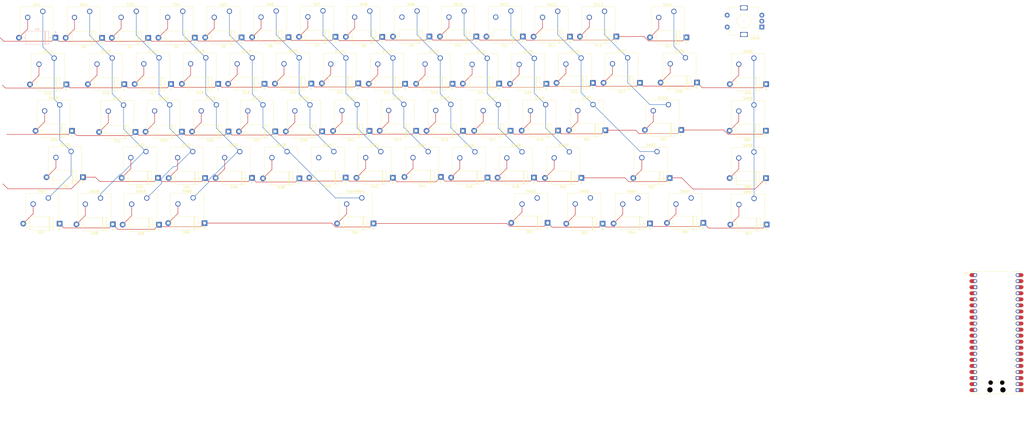
<source format=kicad_pcb>
(kicad_pcb (version 20241229) (generator "pcbnew") (generator_version "9.0")
  (layers (0 "F.Cu" signal) (2 "B.Cu" signal) (13 "F.Paste" user) (15 "B.Paste" user) (5 "F.SilkS" user "F.Silkscreen") (7 "B.SilkS" user "B.Silkscreen") (1 "F.Mask" user) (3 "B.Mask" user) (25 "Edge.Cuts" user))
  (net 0 "")
  (net 1 "ROW 1")
  (net 2 "Net-(D1-A)")
  (net 3 "Net-(D2-A)")
  (net 4 "Net-(D3-A)")
  (net 5 "Net-(D4-A)")
  (net 6 "Net-(D5-A)")
  (net 7 "Net-(D6-A)")
  (net 8 "Net-(D7-A)")
  (net 9 "Net-(D8-A)")
  (net 10 "Net-(D9-A)")
  (net 11 "Net-(D10-A)")
  (net 12 "Net-(D11-A)")
  (net 13 "Net-(D12-A)")
  (net 14 "Net-(D13-A)")
  (net 15 "Net-(D14-A)")
  (net 16 "Net-(D15-A)")
  (net 17 "ROW 2")
  (net 18 "Net-(D16-A)")
  (net 19 "Net-(D17-A)")
  (net 20 "Net-(D18-A)")
  (net 21 "Net-(D19-A)")
  (net 22 "Net-(D20-A)")
  (net 23 "Net-(D21-A)")
  (net 24 "Net-(D22-A)")
  (net 25 "Net-(D23-A)")
  (net 26 "Net-(D24-A)")
  (net 27 "Net-(D25-A)")
  (net 28 "Net-(D26-A)")
  (net 29 "Net-(D27-A)")
  (net 30 "Net-(D28-A)")
  (net 31 "Net-(D29-A)")
  (net 32 "ROW 3")
  (net 33 "Net-(D30-A)")
  (net 34 "COL 1")
  (net 35 "Net-(D31-A)")
  (net 36 "Net-(D32-A)")
  (net 37 "Net-(D33-A)")
  (net 38 "Net-(D34-A)")
  (net 39 "Net-(D35-A)")
  (net 40 "Net-(D36-A)")
  (net 41 "Net-(D37-A)")
  (net 42 "Net-(D38-A)")
  (net 43 "Net-(D39-A)")
  (net 44 "Net-(D40-A)")
  (net 45 "Net-(D41-A)")
  (net 46 "Net-(D42-A)")
  (net 47 "Net-(D43-A)")
  (net 48 "Net-(D44-A)")
  (net 49 "Net-(D45-A)")
  (net 50 "Net-(D46-A)")
  (net 51 "Net-(D47-A)")
  (net 52 "Net-(D48-A)")
  (net 53 "Net-(D49-A)")
  (net 54 "Net-(D50-A)")
  (net 55 "Net-(D51-A)")
  (net 56 "Net-(D52-A)")
  (net 57 "Net-(D53-A)")
  (net 58 "Net-(D54-A)")
  (net 59 "Net-(D56-A)")
  (net 60 "Net-(D57-A)")
  (net 61 "Net-(D58-A)")
  (net 62 "Net-(D59-A)")
  (net 63 "Net-(D60-A)")
  (net 64 "Net-(D61-A)")
  (net 65 "Net-(D62-A)")
  (net 66 "Net-(D63-A)")
  (net 67 "Net-(D64-A)")
  (net 68 "Net-(D65-A)")
  (net 69 "Net-(D66-A)")
  (net 70 "Net-(D67-A)")
  (net 71 "COL 13")
  (net 72 "COL 14")
  (net 74 "ENCODER A")
  (net 75 "GND")
  (net 76 "ENCODER B")
  (net 78 "Net-(A1-GND-Pad13)")
  (net 88 "COL 2")
  (net 89 "COL 15")
  (net 90 "COL 3")
  (net 91 "COL 6")
  (net 92 "COL 4")
  (net 93 "ROW 5")
  (net 94 "COL 11")
  (net 95 "ROW 4")
  (net 96 "COL 9")
  (net 97 "COL 7")
  (net 98 "COL 8")
  (net 99 "COL 10")
  (net 100 "COL 5")
  (net 101 "COL 12")
  (net 102 "COL2")
  (footprint "Diode_THT:D_DO-27_P15.24mm_Horizontal" (layer "F.Cu") (at 358.4 60.5 180)
    (property "Reference" "D12")
    (property "Value" "1N4148WT")
  )
  (footprint "Diode_THT:D_DO-27_P15.24mm_Horizontal" (layer "F.Cu") (at 144.65 138.9 180)
    (property "Reference" "D57")
    (property "Value" "1N4148WT")
  )
  (footprint "Diode_THT:D_DO-27_P15.24mm_Horizontal" (layer "F.Cu") (at 284.2 119.65 180)
    (property "Reference" "D42")
    (property "Value" "1N4148WT")
  )
  (footprint "Button_Switch_Keyboard:SW_Cherry_MX_1.00u_PCB" (layer "F.Cu") (at 299 108.7)
    (property "Reference" "SW44")
    (property "Value" "SW_Push_45deg")
  )
  (footprint "Diode_THT:D_DO-27_P15.24mm_Horizontal" (layer "F.Cu") (at 191.3 80.4 180)
    (property "Reference" "D17")
    (property "Value" "1N4148WT")
  )
  (footprint "Diode_THT:D_DO-27_P15.24mm_Horizontal" (layer "F.Cu") (at 240.5 60.75 180)
    (property "Reference" "D6")
    (property "Value" "1N4148WT")
  )
  (footprint "Diode_THT:D_DO-27_P15.24mm_Horizontal" (layer "F.Cu") (at 328.75 80.2 180)
    (property "Reference" "D24")
    (property "Value" "1N4148WT")
  )
  (footprint "Button_Switch_Keyboard:SW_Cherry_MX_1.00u_PCB" (layer "F.Cu") (at 200.4 108.7)
    (property "Reference" "SW34")
    (property "Value" "SW_Push_45deg")
  )
  (footprint "Diode_THT:D_DO-27_P15.24mm_Horizontal" (layer "F.Cu") (at 185.85 119.75 180)
    (property "Reference" "D32")
    (property "Value" "1N4148WT")
  )
  (footprint "Button_Switch_Keyboard:SW_Cherry_MX_1.00u_PCB" (layer "F.Cu") (at 348.2 89)
    (property "Reference" "SW49")
    (property "Value" "SW_Push_45deg")
  )
  (footprint "Diode_THT:D_DO-27_P15.24mm_Horizontal" (layer "F.Cu") (at 309.2 80.25 180)
    (property "Reference" "D23")
    (property "Value" "1N4148WT")
  )
  (footprint "Diode_THT:D_DO-27_P15.24mm_Horizontal" (layer "F.Cu") (at 245.05 119.95 180)
    (property "Reference" "D38")
    (property "Value" "1N4148WT")
  )
  (footprint "Button_Switch_Keyboard:SW_Cherry_MX_1.00u_PCB" (layer "F.Cu") (at 269.25 88.96)
    (property "Reference" "SW41")
    (property "Value" "SW_Push_45deg")
  )
  (footprint "Button_Switch_Keyboard:SW_Cherry_MX_1.25u_PCB" (layer "F.Cu") (at 139.9 128.16)
    (property "Reference" "SW57")
    (property "Value" "1.25U")
  )
  (footprint "Diode_THT:D_DO-27_P15.24mm_Horizontal" (layer "F.Cu") (at 338.65 60.45 180)
    (property "Reference" "D11")
    (property "Value" "1N4148WT")
  )
  (footprint "Diode_THT:D_DO-27_P15.24mm_Horizontal" (layer "F.Cu") (at 250.05 80.2 180)
    (property "Reference" "D20")
    (property "Value" "1N4148WT")
  )
  (footprint "Button_Switch_Keyboard:SW_Cherry_MX_1.00u_PCB" (layer "F.Cu") (at 435.5 128.36)
    (property "Reference" "SW67")
    (property "Value" "SW_Push_45deg")
  )
  (footprint "Button_Switch_Keyboard:SW_Cherry_MX_1.00u_PCB" (layer "F.Cu") (at 186.25 69.36)
    (property "Reference" "SW17")
    (property "Value" "SW_Push_45deg")
  )
  (footprint "Button_Switch_Keyboard:SW_Cherry_MX_1.25u_PCB" (layer "F.Cu") (at 409.15 128.16)
    (property "Reference" "SW54")
    (property "Value" "1.25U")
  )
  (footprint "Button_Switch_Keyboard:SW_Cherry_MX_1.00u_PCB" (layer "F.Cu") (at 180.8 108.7)
    (property "Reference" "SW32")
    (property "Value" "SW_Push_45deg")
  )
  (footprint "Button_Switch_Keyboard:SW_Cherry_MX_1.50u_PCB" (layer "F.Cu") (at 142.34 69.52)
    (property "Reference" "SW15")
    (property "Value" "1.5U")
  )
  (footprint "Button_Switch_Keyboard:SW_Cherry_MX_1.00u_PCB" (layer "F.Cu") (at 323.75 69.56)
    (property "Reference" "SW24")
    (property "Value" "SW_Push_45deg")
  )
  (footprint "Diode_THT:D_DO-27_P15.24mm_Horizontal" (layer "F.Cu") (at 215.35 100.3 180)
    (property "Reference" "D35")
    (property "Value" "1N4148WT")
  )
  (footprint "Button_Switch_Keyboard:SW_Cherry_MX_1.00u_PCB" (layer "F.Cu") (at 304.05 69.46)
    (property "Reference" "SW23")
    (property "Value" "SW_Push_45deg")
  )
  (footprint "Button_Switch_Keyboard:SW_Cherry_MX_1.00u_PCB" (layer "F.Cu") (at 244.95 69.36)
    (property "Reference" "SW20")
    (property "Value" "SW_Push_45deg")
  )
  (footprint "Diode_THT:D_DO-27_P15.24mm_Horizontal" (layer "F.Cu") (at 205.55 119.8 180)
    (property "Reference" "D34")
    (property "Value" "1N4148WT")
  )
  (footprint "Button_Switch_Keyboard:SW_Cherry_MX_2.25u_PCB" (layer "F.Cu") (at 149.44 108.62)
    (property "Reference" "SW30")
    (property "Value" "2.25U")
  )
  (footprint "Button_Switch_Keyboard:SW_Cherry_MX_1.00u_PCB" (layer "F.Cu") (at 328.4 89)
    (property "Reference" "SW47")
    (property "Value" "SW_Push_45deg")
  )
  (footprint "Button_Switch_Keyboard:SW_Cherry_MX_2.00u_PCB" (layer "F.Cu") (at 401.92 49.92)
    (property "Reference" "SW14")
    (property "Value" "2U")
  )
  (footprint "Button_Switch_Keyboard:SW_Cherry_MX_1.00u_PCB" (layer "F.Cu") (at 190.76 89.12)
    (property "Reference" "SW33")
    (property "Value" "SW_Push_45deg")
  )
  (footprint "Diode_THT:D_DO-27_P15.24mm_Horizontal" (layer "F.Cu") (at 377.8 60.45 180)
    (property "Reference" "D13")
    (property "Value" "1N4148WT")
  )
  (footprint "Button_Switch_Keyboard:SW_Cherry_MX_1.00u_PCB" (layer "F.Cu") (at 279.16 108.7)
    (property "Reference" "SW42")
    (property "Value" "SW_Push_45deg")
  )
  (footprint "Diode_THT:D_DO-27_P15.24mm_Horizontal" (layer "F.Cu") (at 254.6 100.25 180)
    (property "Reference" "D39")
    (property "Value" "1N4148WT")
  )
  (footprint "Button_Switch_Keyboard:SW_Cherry_MX_1.00u_PCB" (layer "F.Cu") (at 157.22 49.92)
    (property "Reference" "SW2")
    (property "Value" "SW_Push_45deg")
  )
  (footprint "Button_Switch_Keyboard:SW_Cherry_MX_1.00u_PCB" (layer "F.Cu") (at 372.85 49.86)
    (property "Reference" "SW13")
    (property "Value" "SW_Push_45deg")
  )
  (footprint "Button_Switch_Keyboard:SW_Cherry_MX_1.00u_PCB" (layer "F.Cu") (at 235.35 49.76)
    (property "Reference" "SW6")
    (property "Value" "SW_Push_45deg")
  )
  (footprint "Diode_THT:D_DO-27_P15.24mm_Horizontal" (layer "F.Cu") (at 400.15 119.8 180)
    (property "Reference" "D52")
    (property "Value" "1N4148WT")
  )
  (footprint "Button_Switch_Keyboard:SW_Cherry_MX_1.00u_PCB" (layer "F.Cu") (at 435.45 69.51)
    (property "Reference" "SW56")
    (property "Value" "SW_Push_45deg")
  )
  (footprint "Button_Switch_Keyboard:SW_Cherry_MX_1.00u_PCB" (layer "F.Cu") (at 205.85 69.36)
    (property "Reference" "SW18")
    (property "Value" "SW_Push_45deg")
  )
  (footprint "Button_Switch_Keyboard:SW_Cherry_MX_1.00u_PCB" (layer "F.Cu") (at 239.9 108.7)
    (property "Reference" "SW38")
    (property "Value" "SW_Push_45deg")
  )
  (footprint "Diode_THT:D_DO-27_P15.24mm_Horizontal" (layer "F.Cu") (at 319.15 60.45 180)
    (property "Reference" "D10")
    (property "Value" "1N4148WT")
  )
  (footprint "Diode_THT:D_DO-27_P15.24mm_Horizontal" (layer "F.Cu") (at 279.75 60.6 180)
    (property "Reference" "D8")
    (property "Value" "1N4148WT")
  )
  (footprint "Diode_THT:D_DO-27_P15.24mm_Horizontal" (layer "F.Cu") (at 149.8 100 180)
    (property "Reference" "D29")
    (property "Value" "1N4148WT")
  )
  (footprint "Diode_THT:D_DO-27_P15.24mm_Horizontal" (layer "F.Cu") (at 405 99.65 180)
    (property "Reference" "D53")
    (property "Value" "1N4148WT")
  )
  (footprint "Diode_THT:D_DO-27_P15.24mm_Horizontal" (layer "F.Cu") (at 205.35 138.69 180)
    (property "Reference" "D60")
    (property "Value" "1N4148WT")
  )
  (footprint "Diode_THT:D_DO-27_P15.24mm_Horizontal" (layer "F.Cu") (at 234.95 100.25 180)
    (property "Reference" "D37")
    (property "Value" "1N4148WT")
  )
  (footprint "Button_Switch_Keyboard:SW_Cherry_MX_1.00u_PCB" (layer "F.Cu") (at 353.25 49.86)
    (property "Reference" "SW12")
    (property "Value" "SW_Push_45deg")
  )
  (footprint "Diode_THT:D_DO-27_P15.24mm_Horizontal" (layer "F.Cu") (at 162.4 61 180)
    (property "Reference" "D2")
    (property "Value" "1N4148WT")
  )
  (footprint "Diode_THT:D_DO-27_P15.24mm_Horizontal" (layer "F.Cu") (at 293.95 99.95 180)
    (property "Reference" "D43")
    (property "Value" "1N4148WT")
  )
  (footprint "Diode_THT:D_DO-27_P15.24mm_Horizontal" (layer "F.Cu") (at 264.45 119.6 180)
    (property "Reference" "D40")
    (property "Value" "1N4148WT")
  )
  (footprint "Button_Switch_Keyboard:SW_Cherry_MX_1.00u_PCB" (layer "F.Cu") (at 338.3 108.8)
    (property "Reference" "SW48")
    (property "Value" "SW_Push_45deg")
  )
  (footprint "Diode_THT:D_DO-27_P15.24mm_Horizontal" (layer "F.Cu") (at 289.35 80.25 180)
    (property "Reference" "D22")
    (property "Value" "1N4148WT")
  )
  (footprint "Diode_THT:D_DO-27_P15.24mm_Horizontal" (layer "F.Cu") (at 372.08 138.92 180)
    (property "Reference" "D63")
    (property "Value" "1N4148WT")
  )
  (footprint "Diode_THT:D_DO-27_P15.24mm_Horizontal" (layer "F.Cu") (at 373.2 99.75 180)
    (property "Reference" "D51")
    (property "Value" "1N4148WT")
  )
  (footprint "Diode_THT:D_DO-27_P15.24mm_Horizontal" (layer "F.Cu") (at 343.3 119.6 180)
    (property "Reference" "D48")
    (property "Value" "1N4148WT")
  )
  (footprint "Button_Switch_Keyboard:SW_Cherry_MX_1.00u_PCB" (layer "F.Cu") (at 314.05 49.76)
    (property "Reference" "SW10")
    (property "Value" "SW_Push_45deg")
  )
  (footprint "Button_Switch_Keyboard:SW_Cherry_MX_1.00u_PCB" (layer "F.Cu") (at 215.75 49.86)
    (property "Reference" "SW5")
    (property "Value" "SW_Push_45deg")
  )
  (footprint "Diode_THT:D_DO-27_P15.24mm_Horizontal" (layer "F.Cu") (at 440.45 99.94 180)
    (property "Reference" "D65")
    (property "Value" "1N4148WT")
  )
  (footprint "Diode_THT:D_DO-27_P15.24mm_Horizontal" (layer "F.Cu") (at 276.11 138.84 180)
    (property "Reference" "D61")
    (property "Value" "1N4148WT")
  )
  (footprint "Button_Switch_Keyboard:SW_Cherry_MX_1.00u_PCB" (layer "F.Cu") (at 137.6 49.9)
    (property "Reference" "SW1")
    (property "Value" "SW_Push_45deg")
  )
  (footprint "Rotary_Encoder:RotaryEncoder_Alps_EC11E-Switch_Vertical_H20mm" (layer "F.Cu") (at 438.75 56.5 180)
    (property "Reference" "SW55")
    (property "Value" "RotaryEncoder")
  )
  (footprint "Button_Switch_Keyboard:SW_Cherry_MX_1.00u_PCB" (layer "F.Cu") (at 274.55 49.76)
    (property "Reference" "SW8")
    (property "Value" "SW_Push_45deg")
  )
  (footprint "Diode_THT:D_DO-27_P15.24mm_Horizontal" (layer "F.Cu") (at 220.85 60.85 180)
    (property "Reference" "D5")
    (property "Value" "1N4148WT")
  )
  (footprint "Diode_THT:D_DO-27_P15.24mm_Horizontal" (layer "F.Cu") (at 333.5 99.95 180)
    (property "Reference" "D47")
    (property "Value" "1N4148WT")
  )
  (footprint "Button_Switch_Keyboard:SW_Cherry_MX_1.00u_PCB" (layer "F.Cu") (at 308.5 88.9)
    (property "Reference" "SW45")
    (property "Value" "SW_Push_45deg")
  )
  (footprint "Button_Switch_Keyboard:SW_Cherry_MX_1.00u_PCB" (layer "F.Cu") (at 343.46 69.62)
    (property "Reference" "SW25")
    (property "Value" "SW_Push_45deg")
  )
  (footprint "Module:RaspberryPi_Pico_Common_Unspecified" (layer "F.Cu") (at 537.02 184.615 180)
    (property "Reference" "A1")
    (property "Value" "RaspberryPi_Pico")
  )
  (footprint "Button_Switch_Keyboard:SW_Cherry_MX_1.00u_PCB" (layer "F.Cu") (at 294.35 49.76)
    (property "Reference" "SW9")
    (property "Value" "SW_Push_45deg")
  )
  (footprint "Button_Switch_Keyboard:SW_Cherry_MX_1.00u_PCB" (layer "F.Cu") (at 161.75 128.2)
    (property "Reference" "SW58")
    (property "Value" "SW_Push_45deg")
  )
  (footprint "Diode_THT:D_DO-27_P15.24mm_Horizontal" (layer "F.Cu") (at 440.575 80.425 180)
    (property "Reference" "D56")
    (property "Value" "1N4148WT")
  )
  (footprint "Button_Switch_Keyboard:SW_Cherry_MX_1.25u_PCB" (layer "F.Cu") (at 344.66 128.17)
    (property "Reference" "SW62")
    (property "Value" "1.25U")
  )
  (footprint "Diode_THT:D_DO-27_P15.24mm_Horizontal" (layer "F.Cu") (at 171.7 80.45 180)
    (property "Reference" "D16")
    (property "Value" "1N4148WT")
  )
  (footprint "Diode_THT:D_DO-27_P15.24mm_Horizontal" (layer "F.Cu") (at 299.5 60.45 180)
    (property "Reference" "D9")
    (property "Value" "1N4148WT")
  )
  (footprint "Diode_THT:D_DO-27_P15.24mm_Horizontal" (layer "F.Cu") (at 147.45 80.55 180)
    (property "Reference" "D15")
    (property "Value" "1N4148WT")
  )
  (footprint "Button_Switch_Keyboard:SW_Cherry_MX_1.00u_PCB" (layer "F.Cu") (at 225.35 69.36)
    (property "Reference" "SW19")
    (property "Value" "SW_Push_45deg")
  )
  (footprint "Diode_THT:D_DO-27_P15.24mm_Horizontal" (layer "F.Cu") (at 186.27 139.35 180)
    (property "Reference" "D59")
    (property "Value" "1N4148WT")
  )
  (footprint "Button_Switch_Keyboard:SW_Cherry_MX_1.00u_PCB" (layer "F.Cu") (at 435.45 108.86)
    (property "Reference" "SW66")
    (property "Value" "SW_Push_45deg")
  )
  (footprint "Diode_THT:D_DO-27_P15.24mm_Horizontal" (layer "F.Cu") (at 368 79.9 180)
    (property "Reference" "D26")
    (property "Value" "1N4148WT")
  )
  (footprint "Diode_THT:D_DO-27_P15.24mm_Horizontal" (layer "F.Cu") (at 414.25 138.6 180)
    (property "Reference" "D54")
    (property "Value" "1N4148WT")
  )
  (footprint "Diode_THT:D_DO-27_P15.24mm_Horizontal" (layer "F.Cu") (at 274.4 100.05 180)
    (property "Reference" "D41")
    (property "Value" "1N4148WT")
  )
  (footprint "Diode_THT:D_DO-27_P15.24mm_Horizontal" (layer "F.Cu") (at 260.15 60.55 180)
    (property "Reference" "D7")
    (property "Value" "1N4148WT")
  )
  (footprint "Button_Switch_Keyboard:SW_Cherry_MX_1.00u_PCB" (layer "F.Cu") (at 166.65 69.46)
    (property "Reference" "SW16")
    (property "Value" "SW_Push_45deg")
  )
  (footprint "Button_Switch_Keyboard:SW_Cherry_MX_1.00u_PCB" (layer "F.Cu") (at 386.85 128.2)
    (property "Reference" "SW64")
    (property "Value" "SW_Push_45deg")
  )
  (footprint "Diode_THT:D_DO-27_P15.24mm_Horizontal" (layer "F.Cu") (at 349.04 138.57 180)
    (property "Reference" "D62")
    (property "Value" "1N4148WT")
  )
  (footprint "Diode_THT:D_DO-27_P15.24mm_Horizontal" (layer "F.Cu") (at 176.4 100.5 180)
    (property "Reference" "D31")
    (property "Value" "1N4148WT")
  )
  (footprint "Button_Switch_Keyboard:SW_Cherry_MX_1.75u_PCB" (layer "F.Cu") (at 144.7 89.1)
    (property "Reference" "SW29")
    (property "Value" "1.75U")
  )
  (footprint "Button_Switch_Keyboard:SW_Cherry_MX_1.00u_PCB" (layer "F.Cu") (at 382.55 69.36)
    (property "Reference" "SW27")
    (property "Value" "SW_Push_45deg")
  )
  (footprint "Diode_THT:D_DO-27_P15.24mm_Horizontal" (layer "F.Cu") (at 363.15 119.75 180)
    (property "Reference" "D50")
    (property "Value" "1N4148WT")
  )
  (footprint "Diode_THT:D_DO-27_P15.24mm_Horizontal" (layer "F.Cu") (at 201.25 60.95 180)
    (property "Reference" "D4")
    (property "Value" "1N4148WT")
  )
  (footprint "Button_Switch_Keyboard:SW_Cherry_MX_1.50u_PCB" (layer "F.Cu") (at 406.75 69.36)
    (property "Reference" "SW28")
    (property "Value" "1.5U")
  )
  (footprint "Button_Switch_Keyboard:SW_Cherry_MX_1.00u_PCB" (layer "F.Cu") (at 318.6 108.8)
    (property "Reference" "SW46")
    (property "Value" "SW_Push_45deg")
  )
  (footprint "Button_Switch_Keyboard:SW_Cherry_MX_1.00u_PCB" (layer "F.Cu") (at 259.5 108.7)
    (property "Reference" "SW40")
    (property "Value" "SW_Push_45deg")
  )
  (footprint "Button_Switch_Keyboard:SW_Cherry_MX_1.00u_PCB" (layer "F.Cu") (at 171.4 89.2)
    (property "Reference" "SW31")
    (property "Value" "SW_Push_45deg")
  )
  (footprint "Diode_THT:D_DO-27_P15.24mm_Horizontal" (layer "F.Cu") (at 387.7 79.85 180)
    (property "Reference" "D27")
    (property "Value" "1N4148WT")
  )
  (footprint "Diode_THT:D_DO-27_P15.24mm_Horizontal" (layer "F.Cu") (at 211.05 80.3 180)
    (property "Reference" "D18")
    (property "Value" "1N4148WT")
  )
  (footprint "Button_Switch_Keyboard:SW_Cherry_MX_1.00u_PCB" (layer "F.Cu") (at 196.22 49.86)
    (property "Reference" "SW4")
    (property "Value" "SW_Push_45deg")
  )
  (footprint "Button_Switch_Keyboard:SW_Cherry_MX_1.00u_PCB" (layer "F.Cu") (at 366.95 128.1)
    (property "Reference" "SW63")
    (property "Value" "SW_Push_45deg")
  )
  (footprint "Button_Switch_Keyboard:SW_Cherry_MX_6.25u_PCB" (layer "F.Cu") (at 271.21 128.12)
    (property "Reference" "SpaceBar1")
    (property "Value" "6.25U")
  )
  (footprint "Diode_THT:D_DO-27_P15.24mm_Horizontal" (layer "F.Cu") (at 391.89 138.85 180)
    (property "Reference" "D64")
    (property "Value" "1N4148WT")
  )
  (footprint "Diode_THT:D_DO-27_P15.24mm_Horizontal" (layer "F.Cu") (at 304.3 119.35 180)
    (property "Reference" "D44")
    (property "Value" "1N4148WT")
  )
  (footprint "Diode_THT:D_DO-27_P15.24mm_Horizontal" (layer "F.Cu") (at 440.79 139.29 180)
    (property "Reference" "D67")
    (property "Value" "1N4148WT")
  )
  (footprint "Diode_THT:D_DO-27_P15.24mm_Horizontal" (layer "F.Cu") (at 181.74 61 180)
    (property "Reference" "D3")
    (property "Value" "1N4148WT")
  )
  (footprint "Button_Switch_Keyboard:SW_Cherry_MX_1.00u_PCB" (layer "F.Cu") (at 358.14 108.8)
    (property "Reference" "SW50")
    (property "Value" "SW_Push_45deg")
  )
  (footprint "Button_Switch_Keyboard:SW_Cherry_MX_1.00u_PCB" (layer "F.Cu") (at 200.55 128.1)
    (property "Reference" "SW60")
    (property "Value" "SW_Push_45deg")
  )
  (footprint "Button_Switch_Keyboard:SW_Cherry_MX_1.00u_PCB" (layer "F.Cu") (at 176.75 49.86)
    (property "Reference" "SW3")
    (property "Value" "SW_Push_45deg")
  )
  (footprint "Button_Switch_Keyboard:SW_Cherry_MX_1.00u_PCB" (layer "F.Cu") (at 368.05 88.96)
    (property "Reference" "SW51")
    (property "Value" "SW_Push_45deg")
  )
  (footprint "Button_Switch_Keyboard:SW_Cherry_MX_2.75u_PCB" (layer "F.Cu") (at 394.84 108.72)
    (property "Reference" "SW52")
    (property "Value" "2.75U")
  )
  (footprint "Diode_THT:D_DO-27_P15.24mm_Horizontal" (layer "F.Cu") (at 230.45 80.25 180)
    (property "Reference" "D19")
    (property "Value" "~")
  )
  (footprint "Diode_THT:D_DO-27_P15.24mm_Horizontal" (layer "F.Cu") (at 348.5 80.25 180)
    (property "Reference" "D25")
    (property "Value" "1N4148WT")
  )
  (footprint "Diode_THT:D_DO-27_P15.24mm_Horizontal" (layer "F.Cu") (at 225.2 119.75 180)
    (property "Reference" "D36")
    (property "Value" "1N4148WT")
  )
  (footprint "Button_Switch_Keyboard:SW_Cherry_MX_1.00u_PCB" (layer "F.Cu") (at 284.25 69.46)
    (property "Reference" "SW22")
    (property "Value" "SW_Push_45deg")
  )
  (footprint "Button_Switch_Keyboard:SW_Cherry_MX_1.00u_PCB" (layer "F.Cu") (at 249.5 89.1)
    (property "Reference" "SW39")
    (property "Value" "SW_Push_45deg")
  )
  (footprint "Button_Switch_Keyboard:SW_Cherry_MX_1.00u_PCB" (layer "F.Cu") (at 333.65 49.76)
    (property "Reference" "SW11")
    (property "Value" "SW_Push_45deg")
  )
  (footprint "Diode_THT:D_DO-27_P15.24mm_Horizontal" (layer "F.Cu") (at 154.4 119.45 180)
    (property "Reference" "D30")
    (property "Value" "1N4148WT")
  )
  (footprint "Diode_THT:D_DO-27_P15.24mm_Horizontal" (layer "F.Cu") (at 411.6 79.75 180)
    (property "Reference" "D28")
    (property "Value" "1N4148WT")
  )
  (footprint "Diode_THT:D_DO-27_P15.24mm_Horizontal" (layer "F.Cu") (at 166.92 139.21 180)
    (property "Reference" "D58")
    (property "Value" "1N4148WT")
  )
  (footprint "Diode_THT:D_DO-27_P15.24mm_Horizontal" (layer "F.Cu") (at 323.85 119.6 180)
    (property "Reference" "D46")
    (property "Value" "1N4148WT")
  )
  (footprint "Diode_THT:D_DO-27_P15.24mm_Horizontal" (layer "F.Cu") (at 407.15 60.8 180)
    (property "Reference" "D14")
    (property "Value" "1N4148WT")
  )
  (footprint "Button_Switch_Keyboard:SW_Cherry_MX_1.00u_PCB" (layer "F.Cu") (at 229.8 89.1)
    (property "Reference" "SW37")
    (property "Value" "SW_Push_45deg")
  )
  (footprint "Diode_THT:D_DO-27_P15.24mm_Horizontal" (layer "F.Cu") (at 353.4 99.9 180)
    (property "Reference" "D49")
    (property "Value" "1N4148WT")
  )
  (footprint "Diode_THT:D_DO-27_P15.24mm_Horizontal" (layer "F.Cu") (at 269.7 80.1 180)
    (property "Reference" "D21")
    (property "Value" "1N4148WT")
  )
  (footprint "Button_Switch_Keyboard:SW_Cherry_MX_1.00u_PCB" (layer "F.Cu") (at 181.15 128.2)
    (property "Reference" "SW59")
    (property "Value" "SW_Push_45deg")
  )
  (footprint "Button_Switch_Keyboard:SW_Cherry_MX_1.00u_PCB" (layer "F.Cu") (at 435.45 89.16)
    (property "Reference" "SW65")
    (property "Value" "SW_Push_45deg")
  )
  (footprint "Button_Switch_Keyboard:SW_Cherry_MX_1.00u_PCB" (layer "F.Cu") (at 254.95 49.66)
    (property "Reference" "SW7")
    (property "Value" "SW_Push_45deg")
  )
  (footprint "Button_Switch_Keyboard:SW_Cherry_MX_1.00u_PCB" (layer "F.Cu") (at 288.8 88.9)
    (property "Reference" "SW43")
    (property "Value" "SW_Push_45deg")
  )
  (footprint "Button_Switch_Keyboard:SW_Cherry_MX_1.00u_PCB" (layer "F.Cu") (at 264.55 69.46)
    (property "Reference" "SW21")
    (property "Value" "SW_Push_45deg")
  )
  (footprint "Button_Switch_Keyboard:SW_Cherry_MX_1.00u_PCB" (layer "F.Cu") (at 363.05 69.46)
    (property "Reference" "SW26")
    (property "Value" "SW_Push_45deg")
  )
  (footprint "Diode_THT:D_DO-27_P15.24mm_Horizontal" (layer "F.Cu") (at 440.5 119.82 180)
    (property "Reference" "D66")
    (property "Value" "1N4148WT")
  )
  (footprint "Diode_THT:D_DO-27_P15.24mm_Horizontal" (layer "F.Cu") (at 313.55 100 180)
    (property "Reference" "D45")
    (property "Value" "1N4148WT")
  )
  (footprint "Button_Switch_Keyboard:SW_Cherry_MX_1.00u_PCB" (layer "F.Cu") (at 220.1 108.7)
    (property "Reference" "SW36")
    (property "Value" "SW_Push_45deg")
  )
  (footprint "Button_Switch_Keyboard:SW_Cherry_MX_1.00u_PCB" (layer "F.Cu") (at 210.3 89.1)
    (property "Reference" "SW35")
    (property "Value" "SW_Push_45deg")
  )
  (footprint "Diode_THT:D_DO-27_P15.24mm_Horizontal" (layer "F.Cu") (at 195.85 100.35 180)
    (property "Reference" "D33")
    (property "Value" "1N4148WT")
  )
  (footprint "Button_Switch_Keyboard:SW_Cherry_MX_2.25u_PCB" (layer "F.Cu") (at 399.64 89.02)
    (property "Reference" "SW53")
    (property "Value" "2.25U")
  )
  (footprint "Diode_THT:D_DO-27_P15.24mm_Horizontal" (layer "B.Cu") (at 142.84 60.95 180)
    (property "Reference" "D1")
    (property "Value" "1N4148WT")
  )
  (segment (start 274.52 51.161) (end 274.55 51.161) (width 0.2) (layer "B.Cu") (net 0))
  (segment (start 274.52 51.22) (end 274.52 51.161) (width 0.2) (layer "B.Cu") (net 0))
  (segment (start 142.84 60.95) (end 144.391 62.501) (width 0.2) (layer "F.Cu") (net 1))
  (segment (start 181.74 61) (end 183.191 62.451) (width 0.2) (layer "F.Cu") (net 1))
  (segment (start 278.17 62.18) (end 279.75 60.6) (width 0.2) (layer "F.Cu") (net 1))
  (segment (start 142.84 60.95) (end 141.339 62.451) (width 0.2) (layer "F.Cu") (net 1))
  (segment (start 202.651 62.351) (end 219.349 62.351) (width 0.2) (layer "F.Cu") (net 1))
  (segment (start 162.4 61) (end 163.901 62.501) (width 0.2) (layer "F.Cu") (net 1))
  (segment (start 238.999 62.251) (end 240.5 60.75) (width 0.2) (layer "F.Cu") (net 1))
  (segment (start 340.201 62.001) (end 356.899 62.001) (width 0.2) (layer "F.Cu") (net 1))
  (segment (start 141.339 62.451) (end 121.271 62.451) (width 0.2) (layer "F.Cu") (net 1))
  (segment (start 337.149 61.951) (end 338.65 60.45) (width 0.2) (layer "F.Cu") (net 1))
  (segment (start 405.649 62.301) (end 407.15 60.8) (width 0.2) (layer "F.Cu") (net 1))
  (segment (start 240.5 60.75) (end 241.851 62.101) (width 0.2) (layer "F.Cu") (net 1))
  (segment (start 144.391 62.501) (end 160.899 62.501) (width 0.2) (layer "F.Cu") (net 1))
  (segment (start 121.271 62.451) (end 119.76 60.94) (width 0.2) (layer "F.Cu") (net 1))
  (segment (start 220.85 60.85) (end 222.251 62.251) (width 0.2) (layer "F.Cu") (net 1))
  (segment (start 160.899 62.501) (end 162.4 61) (width 0.2) (layer "F.Cu") (net 1))
  (segment (start 301.001 61.951) (end 317.649 61.951) (width 0.2) (layer "F.Cu") (net 1))
  (segment (start 279.75 60.6) (end 281.101 61.951) (width 0.2) (layer "F.Cu") (net 1))
  (segment (start 376.299 61.951) (end 377.8 60.45) (width 0.2) (layer "F.Cu") (net 1))
  (segment (start 320.651 61.951) (end 337.149 61.951) (width 0.2) (layer "F.Cu") (net 1))
  (segment (start 338.65 60.45) (end 340.201 62.001) (width 0.2) (layer "F.Cu") (net 1))
  (segment (start 317.649 61.951) (end 319.15 60.45) (width 0.2) (layer "F.Cu") (net 1))
  (segment (start 199.749 62.451) (end 201.25 60.95) (width 0.2) (layer "F.Cu") (net 1))
  (segment (start 219.349 62.351) (end 220.85 60.85) (width 0.2) (layer "F.Cu") (net 1))
  (segment (start 281.101 61.951) (end 297.999 61.951) (width 0.2) (layer "F.Cu") (net 1))
  (segment (start 183.191 62.451) (end 199.749 62.451) (width 0.2) (layer "F.Cu") (net 1))
  (segment (start 389.437265 60.45) (end 391.288265 62.301) (width 0.2) (layer "F.Cu") (net 1))
  (segment (start 377.8 60.45) (end 389.437265 60.45) (width 0.2) (layer "F.Cu") (net 1))
  (segment (start 358.4 60.5) (end 359.851 61.951) (width 0.2) (layer "F.Cu") (net 1))
  (segment (start 299.5 60.45) (end 301.001 61.951) (width 0.2) (layer "F.Cu") (net 1))
  (segment (start 241.851 62.101) (end 258.599 62.101) (width 0.2) (layer "F.Cu") (net 1))
  (segment (start 180.239 62.501) (end 181.74 61) (width 0.2) (layer "F.Cu") (net 1))
  (segment (start 319.15 60.45) (end 320.651 61.951) (width 0.2) (layer "F.Cu") (net 1))
  (segment (start 260.15 60.55) (end 261.78 62.18) (width 0.2) (layer "F.Cu") (net 1))
  (segment (start 222.251 62.251) (end 238.999 62.251) (width 0.2) (layer "F.Cu") (net 1))
  (segment (start 356.899 62.001) (end 358.4 60.5) (width 0.2) (layer "F.Cu") (net 1))
  (segment (start 359.851 61.951) (end 376.299 61.951) (width 0.2) (layer "F.Cu") (net 1))
  (segment (start 261.78 62.18) (end 278.17 62.18) (width 0.2) (layer "F.Cu") (net 1))
  (segment (start 297.999 61.951) (end 299.5 60.45) (width 0.2) (layer "F.Cu") (net 1))
  (segment (start 391.288265 62.301) (end 405.649 62.301) (width 0.2) (layer "F.Cu") (net 1))
  (segment (start 201.25 60.95) (end 202.651 62.351) (width 0.2) (layer "F.Cu") (net 1))
  (segment (start 258.599 62.101) (end 260.15 60.55) (width 0.2) (layer "F.Cu") (net 1))
  (segment (start 163.901 62.501) (end 180.239 62.501) (width 0.2) (layer "F.Cu") (net 1))
  (segment (start 131.25 52.44) (end 131.25 57.3) (width 0.2) (layer "F.Cu") (net 2))
  (segment (start 131.25 57.3) (end 127.6 60.95) (width 0.2) (layer "F.Cu") (net 2))
  (segment (start 150.87 52.46) (end 150.87 57.29) (width 0.2) (layer "F.Cu") (net 3))
  (segment (start 150.87 57.29) (end 147.16 61) (width 0.2) (layer "F.Cu") (net 3))
  (segment (start 170.4 57.1) (end 166.5 61) (width 0.2) (layer "F.Cu") (net 4))
  (segment (start 170.4 52.4) (end 170.4 57.1) (width 0.2) (layer "F.Cu") (net 4))
  (segment (start 189.87 52.4) (end 189.87 57.09) (width 0.2) (layer "F.Cu") (net 5))
  (segment (start 189.87 57.09) (end 186.01 60.95) (width 0.2) (layer "F.Cu") (net 5))
  (segment (start 209.4 52.4) (end 209.4 57.06) (width 0.2) (layer "F.Cu") (net 6))
  (segment (start 209.4 57.06) (end 205.61 60.85) (width 0.2) (layer "F.Cu") (net 6))
  (segment (start 229 52.3) (end 229 57.01) (width 0.2) (layer "F.Cu") (net 7))
  (segment (start 229 57.01) (end 225.26 60.75) (width 0.2) (layer "F.Cu") (net 7))
  (segment (start 248.6 56.86) (end 244.91 60.55) (width 0.2) (layer "F.Cu") (net 8))
  (segment (start 248.6 52.2) (end 248.6 56.86) (width 0.2) (layer "F.Cu") (net 8))
  (segment (start 268.2 56.91) (end 264.51 60.6) (width 0.2) (layer "F.Cu") (net 9))
  (segment (start 268.2 52.3) (end 268.2 56.91) (width 0.2) (layer "F.Cu") (net 9))
  (segment (start 307.7 52.3) (end 307.7 56.66) (width 0.2) (layer "F.Cu") (net 11))
  (segment (start 307.7 56.66) (end 303.91 60.45) (width 0.2) (layer "F.Cu") (net 11))
  (segment (start 346.9 56.76) (end 343.16 60.5) (width 0.2) (layer "F.Cu") (net 13))
  (segment (start 346.9 52.4) (end 346.9 56.76) (width 0.2) (layer "F.Cu") (net 13))
  (segment (start 366.5 52.4) (end 366.5 56.51) (width 0.2) (layer "F.Cu") (net 14))
  (segment (start 366.5 56.51) (end 362.56 60.45) (width 0.2) (layer "F.Cu") (net 14))
  (segment (start 395.57 57.14) (end 391.91 60.8) (width 0.2) (layer "F.Cu") (net 15))
  (segment (start 395.57 52.46) (end 395.57 57.14) (width 0.2) (layer "F.Cu") (net 15))
  (segment (start 135.99 72.06) (end 135.99 76.77) (width 0.2) (layer "F.Cu") (net 16))
  (segment (start 135.99 76.77) (end 132.21 80.55) (width 0.2) (layer "F.Cu") (net 16))
  (segment (start 368 79.9) (end 369.451 81.351) (width 0.2) (layer "F.Cu") (net 17))
  (segment (start 410.099 81.251) (end 411.6 79.75) (width 0.2) (layer "F.Cu") (net 17))
  (segment (start 145.949 82.051) (end 121.891 82.051) (width 0.2) (layer "F.Cu") (net 17))
  (segment (start 309.2 80.25) (end 310.651 81.701) (width 0.2) (layer "F.Cu") (net 17))
  (segment (start 147.45 80.55) (end 148.851 81.951) (width 0.2) (layer "F.Cu") (net 17))
  (segment (start 349.651 81.401) (end 366.499 81.401) (width 0.2) (layer "F.Cu") (net 17))
  (segment (start 192.701 81.801) (end 209.549 81.801) (width 0.2) (layer "F.Cu") (net 17))
  (segment (start 148.851 81.951) (end 170.199 81.951) (width 0.2) (layer "F.Cu") (net 17))
  (segment (start 327.249 81.701) (end 328.75 80.2) (width 0.2) (layer "F.Cu") (net 17))
  (segment (start 230.45 80.25) (end 231.901 81.701) (width 0.2) (layer "F.Cu") (net 17))
  (segment (start 170.199 81.951) (end 171.7 80.45) (width 0.2) (layer "F.Cu") (net 17))
  (segment (start 212.501 81.751) (end 228.949 81.751) (width 0.2) (layer "F.Cu") (net 17))
  (segment (start 411.6 79.75) (end 413.776 81.926) (width 0.2) (layer "F.Cu") (net 17))
  (segment (start 346.999 81.751) (end 348.5 80.25) (width 0.2) (layer "F.Cu") (net 17))
  (segment (start 121.891 82.051) (end 120.65 80.81) (width 0.2) (layer "F.Cu") (net 17))
  (segment (start 290.851 81.751) (end 307.699 81.751) (width 0.2) (layer "F.Cu") (net 17))
  (segment (start 348.5 80.25) (end 349.651 81.401) (width 0.2) (layer "F.Cu") (net 17))
  (segment (start 287.849 81.751) (end 289.35 80.25) (width 0.2) (layer "F.Cu") (net 17))
  (segment (start 268.199 81.601) (end 269.7 80.1) (width 0.2) (layer "F.Cu") (net 17))
  (segment (start 228.949 81.751) (end 230.45 80.25) (width 0.2) (layer "F.Cu") (net 17))
  (segment (start 369.451 81.351) (end 386.199 81.351) (width 0.2) (layer "F.Cu") (net 17))
  (segment (start 231.901 81.701) (end 248.549 81.701) (width 0.2) (layer "F.Cu") (net 17))
  (segment (start 209.549 81.801) (end 211.05 80.3) (width 0.2) (layer "F.Cu") (net 17))
  (segment (start 269.7 80.1) (end 271.351 81.751) (width 0.2) (layer "F.Cu") (net 17))
  (segment (start 189.75 81.95) (end 191.3 80.4) (width 0.2) (layer "F.Cu") (net 17))
  (segment (start 310.651 81.701) (end 327.249 81.701) (width 0.2) (layer "F.Cu") (net 17))
  (segment (start 211.05 80.3) (end 212.501 81.751) (width 0.2) (layer "F.Cu") (net 17))
  (segment (start 173.2 81.95) (end 189.75 81.95) (width 0.2) (layer "F.Cu") (net 17))
  (segment (start 413.776 81.926) (end 439.074 81.926) (width 0.2) (layer "F.Cu") (net 17))
  (segment (start 366.499 81.401) (end 368 79.9) (width 0.2) (layer "F.Cu") (net 17))
  (segment (start 307.699 81.751) (end 309.2 80.25) (width 0.2) (layer "F.Cu") (net 17))
  (segment (start 386.199 81.351) (end 387.7 79.85) (width 0.2) (layer "F.Cu") (net 17))
  (segment (start 171.7 80.45) (end 173.2 81.95) (width 0.2) (layer "F.Cu") (net 17))
  (segment (start 387.7 79.85) (end 389.101 81.251) (width 0.2) (layer "F.Cu") (net 17))
  (segment (start 147.45 80.55) (end 145.949 82.051) (width 0.2) (layer "F.Cu") (net 17))
  (segment (start 271.351 81.751) (end 287.849 81.751) (width 0.2) (layer "F.Cu") (net 17))
  (segment (start 191.3 80.4) (end 192.701 81.801) (width 0.2) (layer "F.Cu") (net 17))
  (segment (start 248.549 81.701) (end 250.05 80.2) (width 0.2) (layer "F.Cu") (net 17))
  (segment (start 439.074 81.926) (end 440.575 80.425) (width 0.2) (layer "F.Cu") (net 17))
  (segment (start 251.451 81.601) (end 268.199 81.601) (width 0.2) (layer "F.Cu") (net 17))
  (segment (start 389.101 81.251) (end 410.099 81.251) (width 0.2) (layer "F.Cu") (net 17))
  (segment (start 250.05 80.2) (end 251.451 81.601) (width 0.2) (layer "F.Cu") (net 17))
  (segment (start 289.35 80.25) (end 290.851 81.751) (width 0.2) (layer "F.Cu") (net 17))
  (segment (start 330.301 81.751) (end 346.999 81.751) (width 0.2) (layer "F.Cu") (net 17))
  (segment (start 328.75 80.2) (end 330.301 81.751) (width 0.2) (layer "F.Cu") (net 17))
  (segment (start 160.3 72) (end 160.3 76.61) (width 0.2) (layer "F.Cu") (net 18))
  (segment (start 160.3 76.61) (end 156.46 80.45) (width 0.2) (layer "F.Cu") (net 18))
  (segment (start 179.9 71.9) (end 179.9 76.56) (width 0.2) (layer "F.Cu") (net 19))
  (segment (start 179.9 76.56) (end 176.06 80.4) (width 0.2) (layer "F.Cu") (net 19))
  (segment (start 199.5 76.61) (end 195.81 80.3) (width 0.2) (layer "F.Cu") (net 20))
  (segment (start 199.5 71.9) (end 199.5 76.61) (width 0.2) (layer "F.Cu") (net 20))
  (segment (start 219 76.46) (end 215.21 80.25) (width 0.2) (layer "F.Cu") (net 21))
  (segment (start 219 71.9) (end 219 76.46) (width 0.2) (layer "F.Cu") (net 21))
  (segment (start 238.6 76.41) (end 234.81 80.2) (width 0.2) (layer "F.Cu") (net 22))
  (segment (start 238.6 71.9) (end 238.6 76.41) (width 0.2) (layer "F.Cu") (net 22))
  (segment (start 258.2 72) (end 258.2 76.36) (width 0.2) (layer "F.Cu") (net 23))
  (segment (start 258.2 76.36) (end 254.46 80.1) (width 0.2) (layer "F.Cu") (net 23))
  (segment (start 277.9 76.46) (end 274.11 80.25) (width 0.2) (layer "F.Cu") (net 24))
  (segment (start 277.9 72) (end 277.9 76.46) (width 0.2) (layer "F.Cu") (net 24))
  (segment (start 297.7 76.51) (end 293.96 80.25) (width 0.2) (layer "F.Cu") (net 25))
  (segment (start 297.7 72) (end 297.7 76.51) (width 0.2) (layer "F.Cu") (net 25))
  (segment (start 317.4 76.31) (end 313.51 80.2) (width 0.2) (layer "F.Cu") (net 26))
  (segment (start 317.4 72.1) (end 317.4 76.31) (width 0.2) (layer "F.Cu") (net 26))
  (segment (start 337.11 72.16) (end 337.11 76.4) (width 0.2) (layer "F.Cu") (net 27))
  (segment (start 337.11 76.4) (end 333.26 80.25) (width 0.2) (layer "F.Cu") (net 27))
  (segment (start 356.7 72) (end 356.7 75.96) (width 0.2) (layer "F.Cu") (net 28))
  (segment (start 356.7 75.96) (end 352.76 79.9) (width 0.2) (layer "F.Cu") (net 28))
  (segment (start 376.2 71.9) (end 376.2 76.11) (width 0.2) (layer "F.Cu") (net 29))
  (segment (start 376.2 76.11) (end 372.46 79.85) (width 0.2) (layer "F.Cu") (net 29))
  (segment (start 400.4 71.9) (end 400.4 75.71) (width 0.2) (layer "F.Cu") (net 30))
  (segment (start 400.4 75.71) (end 396.36 79.75) (width 0.2) (layer "F.Cu") (net 30))
  (segment (start 138.35 96.21) (end 134.56 100) (width 0.2) (layer "F.Cu") (net 31))
  (segment (start 138.35 91.64) (end 138.35 96.21) (width 0.2) (layer "F.Cu") (net 31))
  (segment (start 313.55 100) (end 315.001 101.451) (width 0.2) (layer "F.Cu") (net 32))
  (segment (start 233.449 101.751) (end 234.95 100.25) (width 0.2) (layer "F.Cu") (net 32))
  (segment (start 385.934816 99.75) (end 387.335816 101.151) (width 0.2) (layer "F.Cu") (net 32))
  (segment (start 333.5 99.95) (end 334.951 101.401) (width 0.2) (layer "F.Cu") (net 32))
  (segment (start 194.349 101.851) (end 195.85 100.35) (width 0.2) (layer "F.Cu") (net 32))
  (segment (start 253.099 101.751) (end 254.6 100.25) (width 0.2) (layer "F.Cu") (net 32))
  (segment (start 424.588265 101.441) (end 438.949 101.441) (width 0.2) (layer "F.Cu") (net 32))
  (segment (start 351.899 101.401) (end 353.4 99.9) (width 0.2) (layer "F.Cu") (net 32))
  (segment (start 403.499 101.151) (end 405 99.65) (width 0.2) (layer "F.Cu") (net 32))
  (segment (start 331.999 101.451) (end 333.5 99.95) (width 0.2) (layer "F.Cu") (net 32))
  (segment (start 312.049 101.501) (end 313.55 100) (width 0.2) (layer "F.Cu") (net 32))
  (segment (start 315.001 101.451) (end 331.999 101.451) (width 0.2) (layer "F.Cu") (net 32))
  (segment (start 387.335816 101.151) (end 403.499 101.151) (width 0.2) (layer "F.Cu") (net 32))
  (segment (start 254.6 100.25) (end 255.901 101.551) (width 0.2) (layer "F.Cu") (net 32))
  (segment (start 292.449 101.451) (end 293.95 99.95) (width 0.2) (layer "F.Cu") (net 32))
  (segment (start 371.699 101.251) (end 373.2 99.75) (width 0.2) (layer "F.Cu") (net 32))
  (segment (start 422.797265 99.65) (end 424.588265 101.441) (width 0.2) (layer "F.Cu") (net 32))
  (segment (start 149.8 100) (end 148.299 101.501) (width 0.2) (layer "F.Cu") (net 32))
  (segment (start 438.949 101.441) (end 440.45 99.94) (width 0.2) (layer "F.Cu") (net 32))
  (segment (start 176.4 100.5) (end 177.751 101.851) (width 0.2) (layer "F.Cu") (net 32))
  (segment (start 353.4 99.9) (end 354.751 101.251) (width 0.2) (layer "F.Cu") (net 32))
  (segment (start 216.801 101.751) (end 233.449 101.751) (width 0.2) (layer "F.Cu") (net 32))
  (segment (start 215.35 100.3) (end 216.801 101.751) (width 0.2) (layer "F.Cu") (net 32))
  (segment (start 213.849 101.801) (end 215.35 100.3) (width 0.2) (layer "F.Cu") (net 32))
  (segment (start 197.301 101.801) (end 213.849 101.801) (width 0.2) (layer "F.Cu") (net 32))
  (segment (start 236.451 101.751) (end 253.099 101.751) (width 0.2) (layer "F.Cu") (net 32))
  (segment (start 354.751 101.251) (end 371.699 101.251) (width 0.2) (layer "F.Cu") (net 32))
  (segment (start 272.899 101.551) (end 274.4 100.05) (width 0.2) (layer "F.Cu") (net 32))
  (segment (start 275.801 101.451) (end 292.449 101.451) (width 0.2) (layer "F.Cu") (net 32))
  (segment (start 293.95 99.95) (end 295.501 101.501) (width 0.2) (layer "F.Cu") (net 32))
  (segment (start 148.299 101.501) (end 122.481 101.501) (width 0.2) (layer "F.Cu") (net 32))
  (segment (start 234.95 100.25) (end 236.451 101.751) (width 0.2) (layer "F.Cu") (net 32))
  (segment (start 177.751 101.851) (end 194.349 101.851) (width 0.2) (layer "F.Cu") (net 32))
  (segment (start 174.899 102.001) (end 176.4 100.5) (width 0.2) (layer "F.Cu") (net 32))
  (segment (start 334.951 101.401) (end 351.899 101.401) (width 0.2) (layer "F.Cu") (net 32))
  (segment (start 151.801 102.001) (end 174.899 102.001) (width 0.2) (layer "F.Cu") (net 32))
  (segment (start 274.4 100.05) (end 275.801 101.451) (width 0.2) (layer "F.Cu") (net 32))
  (segment (start 195.85 100.35) (end 197.301 101.801) (width 0.2) (layer "F.Cu") (net 32))
  (segment (start 295.501 101.501) (end 312.049 101.501) (width 0.2) (layer "F.Cu") (net 32))
  (segment (start 373.2 99.75) (end 385.934816 99.75) (width 0.2) (layer "F.Cu") (net 32))
  (segment (start 149.8 100) (end 151.801 102.001) (width 0.2) (layer "F.Cu") (net 32))
  (segment (start 405 99.65) (end 422.797265 99.65) (width 0.2) (layer "F.Cu") (net 32))
  (segment (start 255.901 101.551) (end 272.899 101.551) (width 0.2) (layer "F.Cu") (net 32))
  (segment (start 143.09 111.16) (end 143.09 115.52) (width 0.2) (layer "F.Cu") (net 33))
  (segment (start 143.09 115.52) (end 139.16 119.45) (width 0.2) (layer "F.Cu") (net 33))
  (segment (start 142.34 69.52) (end 142.34 86.74) (width 0.2) (layer "B.Cu") (net 34))
  (segment (start 144.7 89.1) (end 144.7 103.88) (width 0.2) (layer "B.Cu") (net 34))
  (segment (start 142.34 86.74) (end 144.7 89.1) (width 0.2) (layer "B.Cu") (net 34))
  (segment (start 149.44 118.62) (end 139.9 128.16) (width 0.2) (layer "B.Cu") (net 34))
  (segment (start 144.7 103.88) (end 149.44 108.62) (width 0.2) (layer "B.Cu") (net 34))
  (segment (start 137.6 64.78) (end 142.34 69.52) (width 0.2) (layer "B.Cu") (net 34))
  (segment (start 149.44 108.62) (end 149.44 118.62) (width 0.2) (layer "B.Cu") (net 34))
  (segment (start 137.6 49.9) (end 137.6 64.78) (width 0.2) (layer "B.Cu") (net 34))
  (segment (start 165.05 96.61) (end 161.16 100.5) (width 0.2) (layer "F.Cu") (net 35))
  (segment (start 165.05 91.74) (end 165.05 96.61) (width 0.2) (layer "F.Cu") (net 35))
  (segment (start 174.45 111.24) (end 174.45 115.91) (width 0.2) (layer "F.Cu") (net 36))
  (segment (start 174.45 115.91) (end 170.61 119.75) (width 0.2) (layer "F.Cu") (net 36))
  (segment (start 184.41 91.66) (end 184.41 96.55) (width 0.2) (layer "F.Cu") (net 37))
  (segment (start 184.41 96.55) (end 180.61 100.35) (width 0.2) (layer "F.Cu") (net 37))
  (segment (start 194.05 116.06) (end 190.31 119.8) (width 0.2) (layer "F.Cu") (net 38))
  (segment (start 194.05 111.24) (end 194.05 116.06) (width 0.2) (layer "F.Cu") (net 38))
  (segment (start 203.95 96.46) (end 200.11 100.3) (width 0.2) (layer "F.Cu") (net 39))
  (segment (start 203.95 91.64) (end 203.95 96.46) (width 0.2) (layer "F.Cu") (net 39))
  (segment (start 213.75 111.24) (end 213.75 115.96) (width 0.2) (layer "F.Cu") (net 40))
  (segment (start 213.75 115.96) (end 209.96 119.75) (width 0.2) (layer "F.Cu") (net 40))
  (segment (start 223.45 91.64) (end 223.45 96.51) (width 0.2) (layer "F.Cu") (net 41))
  (segment (start 223.45 96.51) (end 219.71 100.25) (width 0.2) (layer "F.Cu") (net 41))
  (segment (start 233.55 116.21) (end 229.81 119.95) (width 0.2) (layer "F.Cu") (net 42))
  (segment (start 233.55 111.24) (end 233.55 116.21) (width 0.2) (layer "F.Cu") (net 42))
  (segment (start 243.15 91.64) (end 243.15 96.46) (width 0.2) (layer "F.Cu") (net 43))
  (segment (start 243.15 96.46) (end 239.36 100.25) (width 0.2) (layer "F.Cu") (net 43))
  (segment (start 262.9 96.31) (end 259.16 100.05) (width 0.2) (layer "F.Cu") (net 45))
  (segment (start 262.9 91.5) (end 262.9 96.31) (width 0.2) (layer "F.Cu") (net 45))
  (segment (start 272.81 115.8) (end 268.96 119.65) (width 0.2) (layer "F.Cu") (net 46))
  (segment (start 272.81 111.24) (end 272.81 115.8) (width 0.2) (layer "F.Cu") (net 46))
  (segment (start 282.45 96.21) (end 278.71 99.95) (width 0.2) (layer "F.Cu") (net 47))
  (segment (start 282.45 91.44) (end 282.45 96.21) (width 0.2) (layer "F.Cu") (net 47))
  (segment (start 292.65 115.76) (end 289.06 119.35) (width 0.2) (layer "F.Cu") (net 48))
  (segment (start 292.65 111.24) (end 292.65 115.76) (width 0.2) (layer "F.Cu") (net 48))
  (segment (start 302.15 91.44) (end 302.15 96.16) (width 0.2) (layer "F.Cu") (net 49))
  (segment (start 302.15 96.16) (end 298.31 100) (width 0.2) (layer "F.Cu") (net 49))
  (segment (start 312.25 115.96) (end 308.61 119.6) (width 0.2) (layer "F.Cu") (net 50))
  (segment (start 312.25 111.34) (end 312.25 115.96) (width 0.2) (layer "F.Cu") (net 50))
  (segment (start 322.05 91.54) (end 322.05 96.16) (width 0.2) (layer "F.Cu") (net 51))
  (segment (start 322.05 96.16) (end 318.26 99.95) (width 0.2) (layer "F.Cu") (net 51))
  (segment (start 331.95 111.34) (end 331.95 115.71) (width 0.2) (layer "F.Cu") (net 52))
  (segment (start 331.95 115.71) (end 328.06 119.6) (width 0.2) (layer "F.Cu") (net 52))
  (segment (start 341.85 91.54) (end 341.85 96.21) (width 0.2) (layer "F.Cu") (net 53))
  (segment (start 341.85 96.21) (end 338.16 99.9) (width 0.2) (layer "F.Cu") (net 53))
  (segment (start 351.79 115.87) (end 347.91 119.75) (width 0.2) (layer "F.Cu") (net 54))
  (segment (start 351.79 111.34) (end 351.79 115.87) (width 0.2) (layer "F.Cu") (net 54))
  (segment (start 361.7 96.01) (end 357.96 99.75) (width 0.2) (layer "F.Cu") (net 55))
  (segment (start 361.7 91.5) (end 361.7 96.01) (width 0.2) (layer "F.Cu") (net 55))
  (segment (start 388.49 116.22) (end 384.91 119.8) (width 0.2) (layer "F.Cu") (net 56))
  (segment (start 388.49 111.26) (end 388.49 116.22) (width 0.2) (layer "F.Cu") (net 56))
  (segment (start 393.29 91.56) (end 393.29 96.12) (width 0.2) (layer "F.Cu") (net 57))
  (segment (start 393.29 96.12) (end 389.76 99.65) (width 0.2) (layer "F.Cu") (net 57))
  (segment (start 402.8 134.81) (end 399.01 138.6) (width 0.2) (layer "F.Cu") (net 58))
  (segment (start 402.8 130.7) (end 402.8 134.81) (width 0.2) (layer "F.Cu") (net 58))
  (segment (start 429.1 76.66) (end 425.335 80.425) (width 0.2) (layer "F.Cu") (net 59))
  (segment (start 429.1 72.05) (end 429.1 76.66) (width 0.2) (layer "F.Cu") (net 59))
  (segment (start 133.55 134.76) (end 129.41 138.9) (width 0.2) (layer "F.Cu") (net 60))
  (segment (start 133.55 130.7) (end 133.55 134.76) (width 0.2) (layer "F.Cu") (net 60))
  (segment (start 155.4 135.49) (end 151.68 139.21) (width 0.2) (layer "F.Cu") (net 61))
  (segment (start 155.4 130.74) (end 155.4 135.49) (width 0.2) (layer "F.Cu") (net 61))
  (segment (start 174.8 135.58) (end 171.03 139.35) (width 0.2) (layer "F.Cu") (net 62))
  (segment (start 174.8 130.74) (end 174.8 135.58) (width 0.2) (layer "F.Cu") (net 62))
  (segment (start 194.2 134.6) (end 190.11 138.69) (width 0.2) (layer "F.Cu") (net 63))
  (segment (start 194.2 130.64) (end 194.2 134.6) (width 0.2) (layer "F.Cu") (net 63))
  (segment (start 264.86 134.85) (end 260.87 138.84) (width 0.2) (layer "F.Cu") (net 64))
  (segment (start 264.86 130.66) (end 264.86 134.85) (width 0.2) (layer "F.Cu") (net 64))
  (segment (start 338.31 134.06) (end 333.8 138.57) (width 0.2) (layer "F.Cu") (net 65))
  (segment (start 338.31 130.71) (end 338.31 134.06) (width 0.2) (layer "F.Cu") (net 65))
  (segment (start 360.6 135.16) (end 356.84 138.92) (width 0.2) (layer "F.Cu") (net 66))
  (segment (start 360.6 130.64) (end 360.6 135.16) (width 0.2) (layer "F.Cu") (net 66))
  (segment (start 380.5 130.74) (end 380.5 135) (width 0.2) (layer "F.Cu") (net 67))
  (segment (start 380.5 135) (end 376.65 138.85) (width 0.2) (layer "F.Cu") (net 67))
  (segment (start 429.1 96.05) (end 425.21 99.94) (width 0.2) (layer "F.Cu") (net 68))
  (segment (start 429.1 91.7) (end 429.1 96.05) (width 0.2) (layer "F.Cu") (net 68))
  (segment (start 429.1 115.98) (end 425.26 119.82) (width 0.2) (layer "F.Cu") (net 69))
  (segment (start 429.1 111.4) (end 429.1 115.98) (width 0.2) (layer "F.Cu") (net 69))
  (segment (start 429.15 135.69) (end 425.55 139.29) (width 0.2) (layer "F.Cu") (net 70))
  (segment (start 429.15 130.9) (end 429.15 135.69) (width 0.2) (layer "F.Cu") (net 70))
  (segment (start 372.85 49.86) (end 372.85 59.66) (width 0.2) (layer "B.Cu") (net 71))
  (segment (start 372.85 59.66) (end 382.55 69.36) (width 0.2) (layer "B.Cu") (net 71))
  (segment (start 382.55 79.73) (end 391.84 89.02) (width 0.2) (layer "B.Cu") (net 71))
  (segment (start 382.55 69.36) (end 382.55 79.73) (width 0.2) (layer "B.Cu") (net 71))
  (segment (start 391.84 89.02) (end 399.64 89.02) (width 0.2) (layer "B.Cu") (net 71))
  (segment (start 401.92 64.53) (end 406.75 69.36) (width 0.2) (layer "B.Cu") (net 72))
  (segment (start 401.92 49.92) (end 401.92 64.53) (width 0.2) (layer "B.Cu") (net 72))
  (segment (start 435.5 128.36) (end 435.5 108.91) (width 0.2) (layer "B.Cu") (net 89))
  (segment (start 435.45 69.51) (end 435.45 108.86) (width 0.2) (layer "B.Cu") (net 89))
  (segment (start 435.5 108.91) (end 435.45 108.86) (width 0.2) (layer "B.Cu") (net 89))
  (segment (start 190.76 99.06) (end 190.76 89.12) (width 0.2) (layer "B.Cu") (net 90))
  (segment (start 186.25 84.61) (end 186.25 69.36) (width 0.2) (layer "B.Cu") (net 90))
  (segment (start 176.75 59.86) (end 176.75 49.86) (width 0.2) (layer "B.Cu") (net 90))
  (segment (start 181.15 128.2) (end 187.351 121.999) (width 0.2) (layer "B.Cu") (net 90))
  (segment (start 199.55847 108.7) (end 200.4 108.7) (width 0.2) (layer "B.Cu") (net 90))
  (segment (start 190.76 89.12) (end 186.25 84.61) (width 0.2) (layer "B.Cu") (net 90))
  (segment (start 192.28253 114.981) (end 193.27747 114.981) (width 0.2) (layer "B.Cu") (net 90))
  (segment (start 193.27747 114.981) (end 199.55847 108.7) (width 0.2) (layer "B.Cu") (net 90))
  (segment (start 186.25 69.36) (end 176.75 59.86) (width 0.2) (layer "B.Cu") (net 90))
  (segment (start 200.4 108.7) (end 190.76 99.06) (width 0.2) (layer "B.Cu") (net 90))
  (segment (start 187.351 121.999) (end 187.351 119.91253) (width 0.2) (layer "B.Cu") (net 90))
  (segment (start 187.351 119.91253) (end 192.28253 114.981) (width 0.2) (layer "B.Cu") (net 90))
  (segment (start 244.95 69.36) (end 244.95 84.55) (width 0.2) (layer "B.Cu") (net 91))
  (segment (start 249.5 89.1) (end 249.5 98.7) (width 0.2) (layer "B.Cu") (net 91))
  (segment (start 249.5 98.7) (end 259.5 108.7) (width 0.2) (layer "B.Cu") (net 91))
  (segment (start 235.35 49.76) (end 235.35 59.76) (width 0.2) (layer "B.Cu") (net 91))
  (segment (start 235.35 59.76) (end 244.95 69.36) (width 0.2) (layer "B.Cu") (net 91))
  (segment (start 244.95 84.55) (end 249.5 89.1) (width 0.2) (layer "B.Cu") (net 91))
  (segment (start 220.1 108.7) (end 219.25847 108.7) (width 0.2) (layer "B.Cu") (net 92))
  (segment (start 209.70947 118.249) (end 209.338265 118.249) (width 0.2) (layer "B.Cu") (net 92))
  (segment (start 207.051 120.536265) (end 207.051 121.599) (width 0.2) (layer "B.Cu") (net 92))
  (segment (start 219.25847 108.7) (end 209.70947 118.249) (width 0.2) (layer "B.Cu") (net 92))
  (segment (start 207.051 121.599) (end 200.55 128.1) (width 0.2) (layer "B.Cu") (net 92))
  (segment (start 210.3 89.1) (end 210.3 98.9) (width 0.2) (layer "B.Cu") (net 92))
  (segment (start 209.338265 118.249) (end 207.051 120.536265) (width 0.2) (layer "B.Cu") (net 92))
  (segment (start 205.85 84.65) (end 210.3 89.1) (width 0.2) (layer "B.Cu") (net 92))
  (segment (start 210.3 98.9) (end 220.1 108.7) (width 0.2) (layer "B.Cu") (net 92))
  (segment (start 196.22 59.73) (end 205.85 69.36) (width 0.2) (layer "B.Cu") (net 92))
  (segment (start 205.85 69.36) (end 205.85 84.65) (width 0.2) (layer "B.Cu") (net 92))
  (segment (start 196.22 49.86) (end 196.22 59.73) (width 0.2) (layer "B.Cu") (net 92))
  (segment (start 146.461 140.711) (end 165.419 140.711) (width 0.2) (layer "F.Cu") (net 93))
  (segment (start 412.749 140.101) (end 414.25 138.6) (width 0.2) (layer "F.Cu") (net 93))
  (segment (start 187.111 140.191) (end 203.849 140.191) (width 0.2) (layer "F.Cu") (net 93))
  (segment (start 274.609 140.341) (end 276.11 138.84) (width 0.2) (layer "F.Cu") (net 93))
  (segment (start 393.141 140.101) (end 412.749 140.101) (width 0.2) (layer "F.Cu") (net 93))
  (segment (start 390.389 140.351) (end 391.89 138.85) (width 0.2) (layer "F.Cu") (net 93))
  (segment (start 349.04 138.57) (end 350.891 140.421) (width 0.2) (layer "F.Cu") (net 93))
  (segment (start 184.32 141.3) (end 186.27 139.35) (width 0.2) (layer "F.Cu") (net 93))
  (segment (start 165.419 140.711) (end 166.92 139.21) (width 0.2) (layer "F.Cu") (net 93))
  (segment (start 347.539 140.071) (end 349.04 138.57) (width 0.2) (layer "F.Cu") (net 93))
  (segment (start 391.89 138.85) (end 393.141 140.101) (width 0.2) (layer "F.Cu") (net 93))
  (segment (start 205.35 138.69) (end 258.597265 138.69) (width 0.2) (layer "F.Cu") (net 93))
  (segment (start 166.92 139.21) (end 169.01 141.3) (width 0.2) (layer "F.Cu") (net 93))
  (segment (start 414.25 138.6) (end 416.441 140.791) (width 0.2) (layer "F.Cu") (net 93))
  (segment (start 370.579 140.421) (end 372.08 138.92) (width 0.2) (layer "F.Cu") (net 93))
  (segment (start 144.65 138.9) (end 146.461 140.711) (width 0.2) (layer "F.Cu") (net 93))
  (segment (start 258.597265 138.69) (end 260.248265 140.341) (width 0.2) (layer "F.Cu") (net 93))
  (segment (start 373.511 140.351) (end 390.389 140.351) (width 0.2) (layer "F.Cu") (net 93))
  (segment (start 186.27 139.35) (end 187.111 140.191) (width 0.2) (layer "F.Cu") (net 93))
  (segment (start 439.289 140.791) (end 440.79 139.29) (width 0.2) (layer "F.Cu") (net 93))
  (segment (start 169.01 141.3) (end 184.32 141.3) (width 0.2) (layer "F.Cu") (net 93))
  (segment (start 203.849 140.191) (end 205.35 138.69) (width 0.2) (layer "F.Cu") (net 93))
  (segment (start 350.891 140.421) (end 370.579 140.421) (width 0.2) (layer "F.Cu") (net 93))
  (segment (start 372.08 138.92) (end 373.511 140.351) (width 0.2) (layer "F.Cu") (net 93))
  (segment (start 331.947265 138.84) (end 333.178265 140.071) (width 0.2) (layer "F.Cu") (net 93))
  (segment (start 416.441 140.791) (end 439.289 140.791) (width 0.2) (layer "F.Cu") (net 93))
  (segment (start 276.11 138.84) (end 331.947265 138.84) (width 0.2) (layer "F.Cu") (net 93))
  (segment (start 333.178265 140.071) (end 347.539 140.071) (width 0.2) (layer "F.Cu") (net 93))
  (segment (start 260.248265 140.341) (end 274.609 140.341) (width 0.2) (layer "F.Cu") (net 93))
  (segment (start 333.65 49.76) (end 333.65 59.81) (width 0.2) (layer "B.Cu") (net 94))
  (segment (start 343.46 84.26) (end 348.2 89) (width 0.2) (layer "B.Cu") (net 94))
  (segment (start 343.46 69.62) (end 343.46 84.26) (width 0.2) (layer "B.Cu") (net 94))
  (segment (start 333.65 59.81) (end 343.46 69.62) (width 0.2) (layer "B.Cu") (net 94))
  (segment (start 348.2 89) (end 348.2 98.86) (width 0.2) (layer "B.Cu") (net 94))
  (segment (start 348.2 98.86) (end 358.14 108.8) (width 0.2) (layer "B.Cu") (net 94))
  (segment (start 409.875816 124.391) (end 405.173816 119.689) (width 0.2) (layer "F.Cu") (net 95))
  (segment (start 245.05 119.95) (end 243.549 121.451) (width 0.2) (layer "F.Cu") (net 95))
  (segment (start 341.799 121.101) (end 325.351 121.101) (width 0.2) (layer "F.Cu") (net 95))
  (segment (start 285.91 121.36) (end 284.2 119.65) (width 0.2) (layer "F.Cu") (net 95))
  (segment (start 204.049 121.301) (end 187.401 121.301) (width 0.2) (layer "F.Cu") (net 95))
  (segment (start 325.351 121.101) (end 323.85 119.6) (width 0.2) (layer "F.Cu") (net 95))
  (segment (start 264.45 119.6) (end 262.949 121.101) (width 0.2) (layer "F.Cu") (net 95))
  (segment (start 405.173816 119.689) (end 400.261 119.689) (width 0.2) (layer "F.Cu") (net 95))
  (segment (start 187.401 121.301) (end 185.85 119.75) (width 0.2) (layer "F.Cu") (net 95))
  (segment (start 149.559 124.291) (end 122.931 124.291) (width 0.2) (layer "F.Cu") (net 95))
  (segment (start 302.29 121.36) (end 285.91 121.36) (width 0.2) (layer "F.Cu") (net 95))
  (segment (start 161.435816 121.251) (end 159.634816 119.45) (width 0.2) (layer "F.Cu") (net 95))
  (segment (start 344.951 121.251) (end 343.3 119.6) (width 0.2) (layer "F.Cu") (net 95))
  (segment (start 159.634816 119.45) (end 154.4 119.45) (width 0.2) (layer "F.Cu") (net 95))
  (segment (start 282.699 121.151) (end 266.001 121.151) (width 0.2) (layer "F.Cu") (net 95))
  (segment (start 205.55 119.8) (end 204.049 121.301) (width 0.2) (layer "F.Cu") (net 95))
  (segment (start 323.85 119.6) (end 322.349 121.101) (width 0.2) (layer "F.Cu") (net 95))
  (segment (start 306.051 121.101) (end 304.3 119.35) (width 0.2) (layer "F.Cu") (net 95))
  (segment (start 343.3 119.6) (end 341.799 121.101) (width 0.2) (layer "F.Cu") (net 95))
  (segment (start 398.649 121.301) (end 382.985816 121.301) (width 0.2) (layer "F.Cu") (net 95))
  (segment (start 440.5 119.82) (end 435.929 124.391) (width 0.2) (layer "F.Cu") (net 95))
  (segment (start 207.001 121.251) (end 205.55 119.8) (width 0.2) (layer "F.Cu") (net 95))
  (segment (start 266.001 121.151) (end 264.45 119.6) (width 0.2) (layer "F.Cu") (net 95))
  (segment (start 223.699 121.251) (end 207.001 121.251) (width 0.2) (layer "F.Cu") (net 95))
  (segment (start 185.85 119.75) (end 184.349 121.251) (width 0.2) (layer "F.Cu") (net 95))
  (segment (start 122.931 124.291) (end 120.89 122.25) (width 0.2) (layer "F.Cu") (net 95))
  (segment (start 361.649 121.251) (end 344.951 121.251) (width 0.2) (layer "F.Cu") (net 95))
  (segment (start 284.2 119.65) (end 282.699 121.151) (width 0.2) (layer "F.Cu") (net 95))
  (segment (start 304.3 119.35) (end 302.29 121.36) (width 0.2) (layer "F.Cu") (net 95))
  (segment (start 381.373816 119.689) (end 363.211 119.689) (width 0.2) (layer "F.Cu") (net 95))
  (segment (start 246.201 121.101) (end 245.05 119.95) (width 0.2) (layer "F.Cu") (net 95))
  (segment (start 322.349 121.101) (end 306.051 121.101) (width 0.2) (layer "F.Cu") (net 95))
  (segment (start 262.949 121.101) (end 246.201 121.101) (width 0.2) (layer "F.Cu") (net 95))
  (segment (start 154.4 119.45) (end 149.559 124.291) (width 0.2) (layer "F.Cu") (net 95))
  (segment (start 363.211 119.689) (end 363.15 119.75) (width 0.2) (layer "F.Cu") (net 95))
  (segment (start 435.929 124.391) (end 409.875816 124.391) (width 0.2) (layer "F.Cu") (net 95))
  (segment (start 243.549 121.451) (end 226.901 121.451) (width 0.2) (layer "F.Cu") (net 95))
  (segment (start 363.15 119.75) (end 361.649 121.251) (width 0.2) (layer "F.Cu") (net 95))
  (segment (start 226.901 121.451) (end 225.2 119.75) (width 0.2) (layer "F.Cu") (net 95))
  (segment (start 184.349 121.251) (end 161.435816 121.251) (width 0.2) (layer "F.Cu") (net 95))
  (segment (start 225.2 119.75) (end 223.699 121.251) (width 0.2) (layer "F.Cu") (net 95))
  (segment (start 400.15 119.8) (end 398.649 121.301) (width 0.2) (layer "F.Cu") (net 95))
  (segment (start 382.985816 121.301) (end 381.373816 119.689) (width 0.2) (layer "F.Cu") (net 95))
  (segment (start 400.261 119.689) (end 400.15 119.8) (width 0.2) (layer "F.Cu") (net 95))
  (segment (start 294.35 49.76) (end 294.35 59.76) (width 0.2) (layer "B.Cu") (net 96))
  (segment (start 308.5 88.9) (end 308.5 98.7) (width 0.2) (layer "B.Cu") (net 96))
  (segment (start 304.05 84.45) (end 308.5 88.9) (width 0.2) (layer "B.Cu") (net 96))
  (segment (start 294.35 59.76) (end 304.05 69.46) (width 0.2) (layer "B.Cu") (net 96))
  (segment (start 304.05 69.46) (end 304.05 84.45) (width 0.2) (layer "B.Cu") (net 96))
  (segment (start 308.5 98.7) (end 318.6 108.8) (width 0.2) (layer "B.Cu") (net 96))
  (segment (start 264.55 84.26) (end 269.25 88.96) (width 0.2) (layer "B.Cu") (net 97))
  (segment (start 269.25 98.79) (end 279.16 108.7) (width 0.2) (layer "B.Cu") (net 97))
  (segment (start 264.55 69.46) (end 264.55 84.26) (width 0.2) (layer "B.Cu") (net 97))
  (segment (start 269.25 88.96) (end 269.25 98.79) (width 0.2) (layer "B.Cu") (net 97))
  (segment (start 254.95 49.66) (end 254.95 59.86) (width 0.2) (layer "B.Cu") (net 97))
  (segment (start 254.95 59.86) (end 264.55 69.46) (width 0.2) (layer "B.Cu") (net 97))
  (segment (start 288.8 98.5) (end 299 108.7) (width 0.2) (layer "B.Cu") (net 98))
  (segment (start 275.04 50.25) (end 275.04 60.25) (width 0.2) (layer "B.Cu") (net 98))
  (segment (start 275.04 60.25) (end 284.25 69.46) (width 0.2) (layer "B.Cu") (net 98))
  (segment (start 274.55 49.76) (end 275.04 50.25) (width 0.2) (layer "B.Cu") (net 98))
  (segment (start 284.25 84.35) (end 288.8 88.9) (width 0.2) (layer "B.Cu") (net 98))
  (segment (start 288.8 88.9) (end 288.8 98.5) (width 0.2) (layer "B.Cu") (net 98))
  (segment (start 284.25 69.46) (end 284.25 84.35) (width 0.2) (layer "B.Cu") (net 98))
  (segment (start 314.05 59.86) (end 323.75 69.56) (width 0.2) (layer "B.Cu") (net 99))
  (segment (start 314.05 49.76) (end 314.05 59.86) (width 0.2) (layer "B.Cu") (net 99))
  (segment (start 323.75 69.56) (end 323.75 84.35) (width 0.2) (layer "B.Cu") (net 99))
  (segment (start 323.75 84.35) (end 328.4 89) (width 0.2) (layer "B.Cu") (net 99))
  (segment (start 328.4 89) (end 328.4 98.9) (width 0.2) (layer "B.Cu") (net 99))
  (segment (start 328.4 98.9) (end 338.3 108.8) (width 0.2) (layer "B.Cu") (net 99))
  (segment (start 225.35 69.36) (end 225.35 84.65) (width 0.2) (layer "B.Cu") (net 100))
  (segment (start 229.8 89.1) (end 229.8 98.6) (width 0.2) (layer "B.Cu") (net 100))
  (segment (start 240.7 108.7) (end 260.12 128.12) (width 0.2) (layer "B.Cu") (net 100))
  (segment (start 225.35 84.65) (end 229.8 89.1) (width 0.2) (layer "B.Cu") (net 100))
  (segment (start 215.75 59.76) (end 225.35 69.36) (width 0.2) (layer "B.Cu") (net 100))
  (segment (start 215.75 49.86) (end 215.75 59.76) (width 0.2) (layer "B.Cu") (net 100))
  (segment (start 239.9 108.7) (end 240.7 108.7) (width 0.2) (layer "B.Cu") (net 100))
  (segment (start 229.8 98.6) (end 239.9 108.7) (width 0.2) (layer "B.Cu") (net 100))
  (segment (start 260.12 128.12) (end 271.21 128.12) (width 0.2) (layer "B.Cu") (net 100))
  (segment (start 363.05 83.96) (end 368.05 88.96) (width 0.2) (layer "B.Cu") (net 101))
  (segment (start 353.25 49.86) (end 353.25 59.66) (width 0.2) (layer "B.Cu") (net 101))
  (segment (start 353.25 59.66) (end 363.05 69.46) (width 0.2) (layer "B.Cu") (net 101))
  (segment (start 387.81 108.72) (end 394.84 108.72) (width 0.2) (layer "B.Cu") (net 101))
  (segment (start 368.05 88.96) (end 387.81 108.72) (width 0.2) (layer "B.Cu") (net 101))
  (segment (start 363.05 69.46) (end 363.05 83.96) (width 0.2) (layer "B.Cu") (net 101))
  (segment (start 171.4 99.3) (end 180.8 108.7) (width 0.2) (layer "B.Cu") (net 102))
  (segment (start 179.95847 108.7) (end 170.40947 118.249) (width 0.2) (layer "B.Cu") (net 102))
  (segment (start 166.65 84.45) (end 171.4 89.2) (width 0.2) (layer "B.Cu") (net 102))
  (segment (start 169.988265 118.249) (end 161.75 126.487265) (width 0.2) (layer "B.Cu") (net 102))
  (segment (start 157.22 49.92) (end 157.22 60.03) (width 0.2) (layer "B.Cu") (net 102))
  (segment (start 157.22 60.03) (end 166.65 69.46) (width 0.2) (layer "B.Cu") (net 102))
  (segment (start 161.75 126.487265) (end 161.75 128.2) (width 0.2) (layer "B.Cu") (net 102))
  (segment (start 180.8 108.7) (end 179.95847 108.7) (width 0.2) (layer "B.Cu") (net 102))
  (segment (start 166.65 69.46) (end 166.65 84.45) (width 0.2) (layer "B.Cu") (net 102))
  (segment (start 170.40947 118.249) (end 169.988265 118.249) (width 0.2) (layer "B.Cu") (net 102))
  (segment (start 171.4 89.2) (end 171.4 99.3) (width 0.2) (layer "B.Cu") (net 102))
)
</source>
